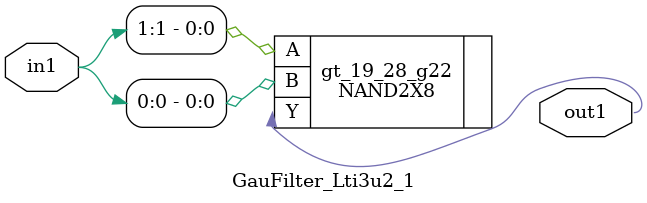
<source format=v>
`timescale 1ps / 1ps


module GauFilter_Lti3u2_1(in1, out1);
  input [1:0] in1;
  output out1;
  wire [1:0] in1;
  wire out1;
  NAND2X8 gt_19_28_g22(.A (in1[1]), .B (in1[0]), .Y (out1));
endmodule


</source>
